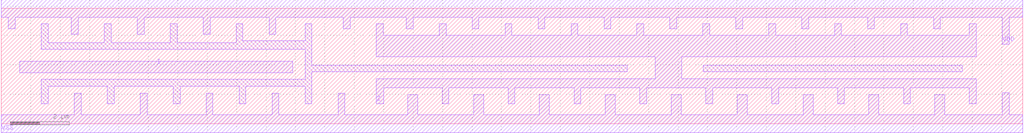
<source format=lef>
# Copyright 2022 GlobalFoundries PDK Authors
#
# Licensed under the Apache License, Version 2.0 (the "License");
# you may not use this file except in compliance with the License.
# You may obtain a copy of the License at
#
#      http://www.apache.org/licenses/LICENSE-2.0
#
# Unless required by applicable law or agreed to in writing, software
# distributed under the License is distributed on an "AS IS" BASIS,
# WITHOUT WARRANTIES OR CONDITIONS OF ANY KIND, either express or implied.
# See the License for the specific language governing permissions and
# limitations under the License.

MACRO gf180mcu_fd_sc_mcu7t5v0__clkbuf_20
  CLASS core ;
  FOREIGN gf180mcu_fd_sc_mcu7t5v0__clkbuf_20 0.0 0.0 ;
  ORIGIN 0 0 ;
  SYMMETRY X Y ;
  SITE GF018hv5v_mcu_sc7 ;
  SIZE 34.72 BY 3.92 ;
  PIN I
    DIRECTION INPUT ;
    ANTENNAGATEAREA 5.924 ;
    PORT
      LAYER METAL1 ;
        POLYGON 0.63 1.74 9.9 1.74 9.9 2.12 0.63 2.12  ;
    END
  END I
  PIN Z
    DIRECTION OUTPUT ;
    ANTENNADIFFAREA 10.13 ;
    PORT
      LAYER METAL1 ;
        POLYGON 23.13 2.27 32.66 2.27 33.135 2.27 33.135 3.39 32.905 3.39 32.905 3 32.66 3 30.795 3 30.795 3.39 30.565 3.39 30.565 3 28.555 3 28.555 3.39 28.325 3.39 28.325 3 26.315 3 26.315 3.39 26.085 3.39 26.085 3 24.075 3 24.075 3.39 23.845 3.39 23.845 3 21.835 3 21.835 3.39 21.605 3.39 21.605 3 21.28 3 19.595 3 19.595 3.39 19.365 3.39 19.365 3 17.355 3 17.355 3.39 17.125 3.39 17.125 3 15.115 3 15.115 3.39 14.885 3.39 14.885 3 12.975 3 12.975 3.39 12.745 3.39 12.745 2.27 21.28 2.27 22.23 2.27 22.23 1.535 12.745 1.535 12.745 0.685 13.005 0.685 13.005 1.215 14.985 1.215 14.985 0.685 15.215 0.685 15.215 1.215 17.225 1.215 17.225 0.685 17.455 0.685 17.455 1.215 19.465 1.215 19.465 0.685 19.695 0.685 19.695 1.215 21.705 1.215 21.705 0.685 21.935 0.685 21.935 1.215 23.945 1.215 23.945 0.685 24.175 0.685 24.175 1.215 26.185 1.215 26.185 0.685 26.415 0.685 26.415 1.215 28.425 1.215 28.425 0.685 28.655 0.685 28.655 1.215 30.665 1.215 30.665 0.685 30.895 0.685 30.895 1.215 32.905 1.215 32.905 0.685 33.135 0.685 33.135 1.535 23.13 1.535  ;
    END
  END Z
  PIN VDD
    DIRECTION INOUT ;
    USE power ;
    SHAPE ABUTMENT ;
    PORT
      LAYER METAL1 ;
        POLYGON 0 3.62 0.245 3.62 0.245 3.23 0.475 3.23 0.475 3.62 2.385 3.62 2.385 3.05 2.615 3.05 2.615 3.62 4.625 3.62 4.625 3.05 4.855 3.05 4.855 3.62 6.865 3.62 6.865 3.05 7.095 3.05 7.095 3.62 9.105 3.62 9.105 3.05 9.335 3.05 9.335 3.62 11.625 3.62 11.625 3.23 11.855 3.23 11.855 3.62 13.765 3.62 13.765 3.23 13.995 3.23 13.995 3.62 16.005 3.62 16.005 3.23 16.235 3.23 16.235 3.62 18.245 3.62 18.245 3.23 18.475 3.23 18.475 3.62 20.485 3.62 20.485 3.23 20.715 3.23 20.715 3.62 21.28 3.62 22.725 3.62 22.725 3.23 22.955 3.23 22.955 3.62 24.965 3.62 24.965 3.23 25.195 3.23 25.195 3.62 27.205 3.62 27.205 3.23 27.435 3.23 27.435 3.62 29.445 3.62 29.445 3.23 29.675 3.23 29.675 3.62 31.685 3.62 31.685 3.23 31.915 3.23 31.915 3.62 32.66 3.62 34.025 3.62 34.025 2.71 34.255 2.71 34.255 3.62 34.72 3.62 34.72 4.22 32.66 4.22 21.28 4.22 0 4.22  ;
    END
  END VDD
  PIN VSS
    DIRECTION INOUT ;
    USE ground ;
    SHAPE ABUTMENT ;
    PORT
      LAYER METAL1 ;
        POLYGON 0 -0.3 34.72 -0.3 34.72 0.3 34.255 0.3 34.255 1.05 34.025 1.05 34.025 0.3 32.07 0.3 32.07 0.985 31.73 0.985 31.73 0.3 29.83 0.3 29.83 0.985 29.49 0.985 29.49 0.3 27.59 0.3 27.59 0.985 27.25 0.985 27.25 0.3 25.35 0.3 25.35 0.985 25.01 0.985 25.01 0.3 23.11 0.3 23.11 0.985 22.77 0.985 22.77 0.3 20.87 0.3 20.87 0.985 20.53 0.985 20.53 0.3 18.63 0.3 18.63 0.985 18.29 0.985 18.29 0.3 16.39 0.3 16.39 0.985 16.05 0.985 16.05 0.3 14.15 0.3 14.15 0.985 13.81 0.985 13.81 0.3 11.675 0.3 11.675 1.04 11.445 1.04 11.445 0.3 9.435 0.3 9.435 1.04 9.205 1.04 9.205 0.3 7.195 0.3 7.195 1.04 6.965 1.04 6.965 0.3 4.955 0.3 4.955 1.04 4.725 1.04 4.725 0.3 2.715 0.3 2.715 1.04 2.485 1.04 2.485 0.3 0 0.3  ;
    END
  END VSS
  OBS
      LAYER METAL1 ;
        POLYGON 1.365 2.53 10.325 2.53 10.325 1.505 1.365 1.505 1.365 0.685 1.595 0.685 1.595 1.27 3.605 1.27 3.605 0.685 3.835 0.685 3.835 1.27 5.845 1.27 5.845 0.685 6.075 0.685 6.075 1.27 8.085 1.27 8.085 0.685 8.315 0.685 8.315 1.27 10.325 1.27 10.325 0.685 10.555 0.685 10.555 1.765 21.28 1.765 21.28 1.995 10.555 1.995 10.555 3.39 10.325 3.39 10.325 2.82 8.215 2.82 8.215 3.39 7.985 3.39 7.985 2.76 5.975 2.76 5.975 3.39 5.745 3.39 5.745 2.76 3.735 2.76 3.735 3.39 3.505 3.39 3.505 2.76 1.595 2.76 1.595 3.39 1.365 3.39  ;
        POLYGON 23.86 1.765 32.66 1.765 32.66 1.995 23.86 1.995  ;
  END
END gf180mcu_fd_sc_mcu7t5v0__clkbuf_20

</source>
